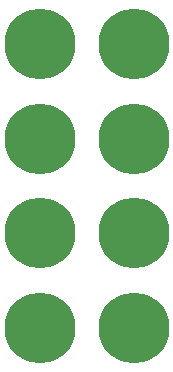
<source format=gtl>
%TF.GenerationSoftware,KiCad,Pcbnew,4.0.5-e0-6337~49~ubuntu16.04.1*%
%TF.CreationDate,2017-01-18T14:25:01-08:00*%
%TF.ProjectId,2x4-Cap-Touch-Slider,3278342D4361702D546F7563682D536C,1.0*%
%TF.FileFunction,Copper,L1,Top,Signal*%
%FSLAX46Y46*%
G04 Gerber Fmt 4.6, Leading zero omitted, Abs format (unit mm)*
G04 Created by KiCad (PCBNEW 4.0.5-e0-6337~49~ubuntu16.04.1) date Wed Jan 18 14:25:01 2017*
%MOMM*%
%LPD*%
G01*
G04 APERTURE LIST*
%ADD10C,0.350000*%
%ADD11C,6.000000*%
%ADD12C,0.350000*%
G04 APERTURE END LIST*
D10*
D11*
X140563600Y-105511600D03*
X140563600Y-97511600D03*
X140563600Y-89511600D03*
X140563600Y-81511600D03*
X148563600Y-81511600D03*
X148563600Y-89511600D03*
X148563600Y-97511600D03*
X148563600Y-105511600D03*
D12*
X140563600Y-105511600D03*
X140563600Y-97511600D03*
X140563600Y-89511600D03*
X140563600Y-81511600D03*
X148563600Y-81511600D03*
X148563600Y-89511600D03*
X148563600Y-97511600D03*
X148563600Y-105511600D03*
M02*

</source>
